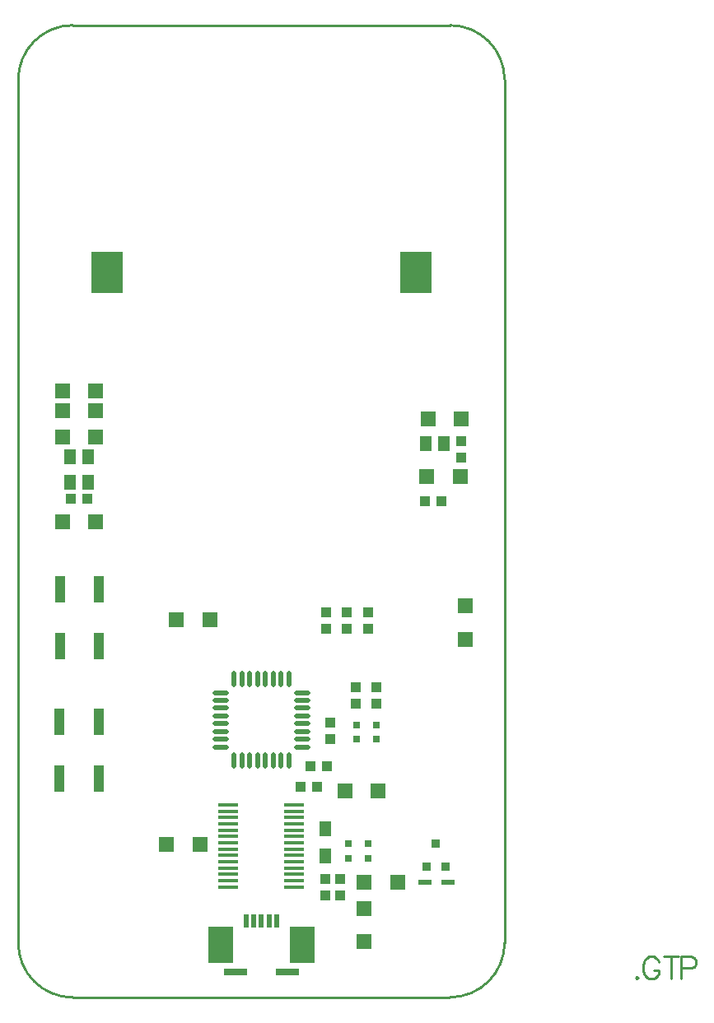
<source format=gtp>
%FSLAX24Y24*%
%MOIN*%
G70*
G01*
G75*
G04 Layer_Color=8421504*
%ADD10R,0.0157X0.1575*%
%ADD11R,0.0600X0.0600*%
%ADD12C,0.0500*%
%ADD13R,0.0394X0.1102*%
%ADD14R,0.0600X0.0600*%
%ADD15R,0.1260X0.1654*%
%ADD16R,0.0433X0.0394*%
%ADD17R,0.0394X0.0433*%
%ADD18R,0.0500X0.0600*%
%ADD19R,0.0512X0.0591*%
%ADD20R,0.0315X0.0315*%
%ADD21R,0.0571X0.0217*%
%ADD22R,0.0197X0.0551*%
%ADD23R,0.0984X0.1496*%
%ADD24R,0.0925X0.0315*%
%ADD25R,0.1449X0.0500*%
%ADD26R,0.1449X0.0500*%
%ADD27R,0.0354X0.0374*%
%ADD28O,0.0217X0.0650*%
%ADD29O,0.0650X0.0217*%
%ADD30R,0.0807X0.0157*%
%ADD31C,0.0400*%
%ADD32C,0.0100*%
%ADD33C,0.0160*%
%ADD34C,0.0140*%
%ADD35C,0.0200*%
%ADD36C,0.0080*%
%ADD37C,0.0120*%
%ADD38C,0.0500*%
%ADD39C,0.0180*%
%ADD40C,0.0150*%
%ADD41C,0.0090*%
%ADD42R,0.0453X0.0157*%
G04:AMPARAMS|DCode=43|XSize=910mil|YSize=30mil|CornerRadius=7.5mil|HoleSize=0mil|Usage=FLASHONLY|Rotation=0.000|XOffset=0mil|YOffset=0mil|HoleType=Round|Shape=RoundedRectangle|*
%AMROUNDEDRECTD43*
21,1,0.9100,0.0150,0,0,0.0*
21,1,0.8950,0.0300,0,0,0.0*
1,1,0.0150,0.4475,-0.0075*
1,1,0.0150,-0.4475,-0.0075*
1,1,0.0150,-0.4475,0.0075*
1,1,0.0150,0.4475,0.0075*
%
%ADD43ROUNDEDRECTD43*%
%ADD44C,0.2500*%
D11*
X13223Y8366D02*
D03*
X14573D02*
D03*
X14000Y4665D02*
D03*
X15350D02*
D03*
X17893Y21100D02*
D03*
X16543D02*
D03*
X6402Y15295D02*
D03*
X7752D02*
D03*
X7348Y6191D02*
D03*
X5998D02*
D03*
X16587Y23425D02*
D03*
X17937D02*
D03*
X1792Y24558D02*
D03*
X3142D02*
D03*
Y23761D02*
D03*
X1792D02*
D03*
Y22688D02*
D03*
X3142D02*
D03*
X1792Y19263D02*
D03*
X3142D02*
D03*
D13*
X3257Y16524D02*
D03*
X1682D02*
D03*
Y14240D02*
D03*
X3257Y14240D02*
D03*
X3247Y11150D02*
D03*
X1673D02*
D03*
Y8866D02*
D03*
X3247Y8866D02*
D03*
D14*
X14006Y2248D02*
D03*
Y3598D02*
D03*
X18081Y15852D02*
D03*
Y14502D02*
D03*
D15*
X3588Y29350D02*
D03*
X16107D02*
D03*
D16*
X17129Y20106D02*
D03*
X16460Y20106D02*
D03*
X2132Y20178D02*
D03*
X2801D02*
D03*
X12087Y8533D02*
D03*
X11417D02*
D03*
X12490Y9370D02*
D03*
X11821D02*
D03*
D17*
X14173Y14921D02*
D03*
Y15591D02*
D03*
X13297Y15581D02*
D03*
Y14911D02*
D03*
X12451Y14911D02*
D03*
Y15581D02*
D03*
X12431Y4783D02*
D03*
Y4114D02*
D03*
X12638Y10453D02*
D03*
Y11122D02*
D03*
X17917Y22518D02*
D03*
Y21848D02*
D03*
X13032Y4783D02*
D03*
Y4114D02*
D03*
X14498Y12559D02*
D03*
Y11890D02*
D03*
X13671Y12569D02*
D03*
Y11900D02*
D03*
D18*
X12421Y6839D02*
D03*
Y5739D02*
D03*
D19*
X16490Y22439D02*
D03*
X17238D02*
D03*
X2841Y21890D02*
D03*
X2093D02*
D03*
Y20857D02*
D03*
X2841D02*
D03*
D20*
X13346Y6211D02*
D03*
Y5620D02*
D03*
X14163Y6211D02*
D03*
Y5620D02*
D03*
X14508Y10453D02*
D03*
Y11043D02*
D03*
X13681Y10453D02*
D03*
Y11043D02*
D03*
D21*
X17402Y4656D02*
D03*
X16476Y4656D02*
D03*
D22*
X9213Y3081D02*
D03*
X9528D02*
D03*
X9843D02*
D03*
X10157D02*
D03*
X10472D02*
D03*
D23*
X8189Y2136D02*
D03*
X11496D02*
D03*
D24*
X10896Y1033D02*
D03*
X8789D02*
D03*
D27*
X16535Y5305D02*
D03*
X17283Y5305D02*
D03*
X16909Y6230D02*
D03*
D28*
X9685Y9587D02*
D03*
X10945Y12894D02*
D03*
X10630D02*
D03*
X10315D02*
D03*
X10000D02*
D03*
X9685D02*
D03*
X9370D02*
D03*
X9055D02*
D03*
X8740D02*
D03*
Y9587D02*
D03*
X9055D02*
D03*
X9370D02*
D03*
X10000D02*
D03*
X10315D02*
D03*
X10630D02*
D03*
X10945D02*
D03*
D29*
X8189Y12343D02*
D03*
Y12028D02*
D03*
Y11713D02*
D03*
Y11398D02*
D03*
Y11083D02*
D03*
Y10768D02*
D03*
Y10453D02*
D03*
Y10138D02*
D03*
X11496D02*
D03*
Y10453D02*
D03*
Y10768D02*
D03*
Y11083D02*
D03*
Y11398D02*
D03*
Y11713D02*
D03*
Y12028D02*
D03*
Y12343D02*
D03*
D30*
X11171Y4469D02*
D03*
X11171Y4724D02*
D03*
X11171Y4980D02*
D03*
X11171Y5236D02*
D03*
X11171Y5492D02*
D03*
Y5748D02*
D03*
Y6004D02*
D03*
Y6260D02*
D03*
Y6516D02*
D03*
Y6772D02*
D03*
X11171Y7028D02*
D03*
X11171Y7283D02*
D03*
X11171Y7539D02*
D03*
X11171Y7795D02*
D03*
X8494Y4469D02*
D03*
Y4724D02*
D03*
Y4980D02*
D03*
Y5236D02*
D03*
Y5492D02*
D03*
Y5748D02*
D03*
Y6004D02*
D03*
Y6260D02*
D03*
Y6516D02*
D03*
Y6772D02*
D03*
Y7028D02*
D03*
Y7283D02*
D03*
Y7539D02*
D03*
Y7795D02*
D03*
D32*
X-0Y2202D02*
G03*
X2204Y-2I2205J0D01*
G01*
X17480Y3D02*
G03*
X19685Y2208I-0J2205D01*
G01*
Y37165D02*
G03*
X17480Y39370I-2205J-0D01*
G01*
X2205Y39370D02*
G03*
X0Y37165I0J-2205D01*
G01*
X19685Y2208D02*
Y37165D01*
X0Y2202D02*
Y37165D01*
X2205Y39370D02*
X17480D01*
X2202Y0D02*
X17477D01*
D41*
X25043Y835D02*
X25000Y792D01*
X25043Y749D01*
X25086Y792D01*
X25043Y835D01*
X25926Y1435D02*
X25883Y1520D01*
X25797Y1606D01*
X25712Y1649D01*
X25540D01*
X25455Y1606D01*
X25369Y1520D01*
X25326Y1435D01*
X25283Y1306D01*
Y1092D01*
X25326Y963D01*
X25369Y878D01*
X25455Y792D01*
X25540Y749D01*
X25712D01*
X25797Y792D01*
X25883Y878D01*
X25926Y963D01*
Y1092D01*
X25712D02*
X25926D01*
X26432Y1649D02*
Y749D01*
X26132Y1649D02*
X26731D01*
X26839Y1178D02*
X27224D01*
X27353Y1220D01*
X27396Y1263D01*
X27438Y1349D01*
Y1478D01*
X27396Y1563D01*
X27353Y1606D01*
X27224Y1649D01*
X26839D01*
Y749D01*
M02*

</source>
